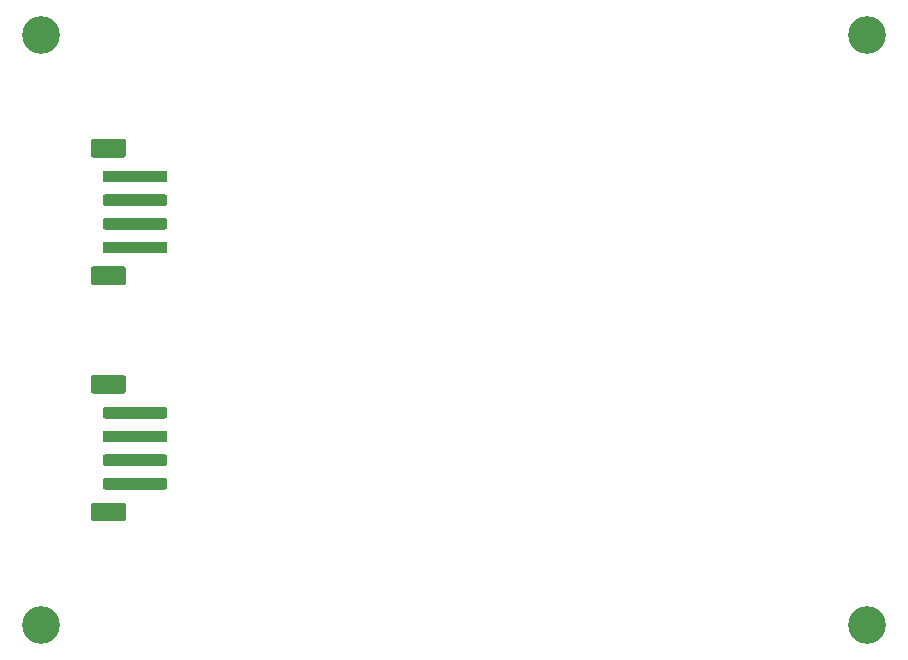
<source format=gbr>
%TF.GenerationSoftware,KiCad,Pcbnew,(5.1.9)-1*%
%TF.CreationDate,2021-05-23T18:39:07+01:00*%
%TF.ProjectId,LEDMaze,4c45444d-617a-4652-9e6b-696361645f70,rev?*%
%TF.SameCoordinates,Original*%
%TF.FileFunction,Soldermask,Bot*%
%TF.FilePolarity,Negative*%
%FSLAX46Y46*%
G04 Gerber Fmt 4.6, Leading zero omitted, Abs format (unit mm)*
G04 Created by KiCad (PCBNEW (5.1.9)-1) date 2021-05-23 18:39:07*
%MOMM*%
%LPD*%
G01*
G04 APERTURE LIST*
%ADD10C,3.200000*%
G04 APERTURE END LIST*
D10*
%TO.C,REF\u002A\u002A*%
X90000000Y-50000000D03*
%TD*%
%TO.C,REF\u002A\u002A*%
X90000000Y-100000000D03*
%TD*%
%TO.C,REF\u002A\u002A*%
X20000000Y-100000000D03*
%TD*%
%TO.C,REF\u002A\u002A*%
X20000000Y-50000000D03*
%TD*%
%TO.C,J2*%
G36*
G01*
X24500000Y-89600000D02*
X27000000Y-89600000D01*
G75*
G02*
X27250000Y-89850000I0J-250000D01*
G01*
X27250000Y-90950000D01*
G75*
G02*
X27000000Y-91200000I-250000J0D01*
G01*
X24500000Y-91200000D01*
G75*
G02*
X24250000Y-90950000I0J250000D01*
G01*
X24250000Y-89850000D01*
G75*
G02*
X24500000Y-89600000I250000J0D01*
G01*
G37*
G36*
G01*
X24500000Y-78800000D02*
X27000000Y-78800000D01*
G75*
G02*
X27250000Y-79050000I0J-250000D01*
G01*
X27250000Y-80150000D01*
G75*
G02*
X27000000Y-80400000I-250000J0D01*
G01*
X24500000Y-80400000D01*
G75*
G02*
X24250000Y-80150000I0J250000D01*
G01*
X24250000Y-79050000D01*
G75*
G02*
X24500000Y-78800000I250000J0D01*
G01*
G37*
G36*
G01*
X25500000Y-87500000D02*
X30500000Y-87500000D01*
G75*
G02*
X30750000Y-87750000I0J-250000D01*
G01*
X30750000Y-88250000D01*
G75*
G02*
X30500000Y-88500000I-250000J0D01*
G01*
X25500000Y-88500000D01*
G75*
G02*
X25250000Y-88250000I0J250000D01*
G01*
X25250000Y-87750000D01*
G75*
G02*
X25500000Y-87500000I250000J0D01*
G01*
G37*
G36*
G01*
X25500000Y-85500000D02*
X30500000Y-85500000D01*
G75*
G02*
X30750000Y-85750000I0J-250000D01*
G01*
X30750000Y-86250000D01*
G75*
G02*
X30500000Y-86500000I-250000J0D01*
G01*
X25500000Y-86500000D01*
G75*
G02*
X25250000Y-86250000I0J250000D01*
G01*
X25250000Y-85750000D01*
G75*
G02*
X25500000Y-85500000I250000J0D01*
G01*
G37*
G36*
G01*
X25500000Y-83500000D02*
X30500000Y-83500000D01*
G75*
G02*
X30750000Y-83750000I0J-250000D01*
G01*
X30750000Y-84250000D01*
G75*
G02*
X30500000Y-84500000I-250000J0D01*
G01*
X25500000Y-84500000D01*
G75*
G02*
X25250000Y-84250000I0J250000D01*
G01*
X25250000Y-83750000D01*
G75*
G02*
X25500000Y-83500000I250000J0D01*
G01*
G37*
G36*
G01*
X25500000Y-81500000D02*
X30500000Y-81500000D01*
G75*
G02*
X30750000Y-81750000I0J-250000D01*
G01*
X30750000Y-82250000D01*
G75*
G02*
X30500000Y-82500000I-250000J0D01*
G01*
X25500000Y-82500000D01*
G75*
G02*
X25250000Y-82250000I0J250000D01*
G01*
X25250000Y-81750000D01*
G75*
G02*
X25500000Y-81500000I250000J0D01*
G01*
G37*
%TD*%
%TO.C,J1*%
G36*
G01*
X24500000Y-69600000D02*
X27000000Y-69600000D01*
G75*
G02*
X27250000Y-69850000I0J-250000D01*
G01*
X27250000Y-70950000D01*
G75*
G02*
X27000000Y-71200000I-250000J0D01*
G01*
X24500000Y-71200000D01*
G75*
G02*
X24250000Y-70950000I0J250000D01*
G01*
X24250000Y-69850000D01*
G75*
G02*
X24500000Y-69600000I250000J0D01*
G01*
G37*
G36*
G01*
X24500000Y-58800000D02*
X27000000Y-58800000D01*
G75*
G02*
X27250000Y-59050000I0J-250000D01*
G01*
X27250000Y-60150000D01*
G75*
G02*
X27000000Y-60400000I-250000J0D01*
G01*
X24500000Y-60400000D01*
G75*
G02*
X24250000Y-60150000I0J250000D01*
G01*
X24250000Y-59050000D01*
G75*
G02*
X24500000Y-58800000I250000J0D01*
G01*
G37*
G36*
G01*
X25500000Y-67500000D02*
X30500000Y-67500000D01*
G75*
G02*
X30750000Y-67750000I0J-250000D01*
G01*
X30750000Y-68250000D01*
G75*
G02*
X30500000Y-68500000I-250000J0D01*
G01*
X25500000Y-68500000D01*
G75*
G02*
X25250000Y-68250000I0J250000D01*
G01*
X25250000Y-67750000D01*
G75*
G02*
X25500000Y-67500000I250000J0D01*
G01*
G37*
G36*
G01*
X25500000Y-65500000D02*
X30500000Y-65500000D01*
G75*
G02*
X30750000Y-65750000I0J-250000D01*
G01*
X30750000Y-66250000D01*
G75*
G02*
X30500000Y-66500000I-250000J0D01*
G01*
X25500000Y-66500000D01*
G75*
G02*
X25250000Y-66250000I0J250000D01*
G01*
X25250000Y-65750000D01*
G75*
G02*
X25500000Y-65500000I250000J0D01*
G01*
G37*
G36*
G01*
X25500000Y-63500000D02*
X30500000Y-63500000D01*
G75*
G02*
X30750000Y-63750000I0J-250000D01*
G01*
X30750000Y-64250000D01*
G75*
G02*
X30500000Y-64500000I-250000J0D01*
G01*
X25500000Y-64500000D01*
G75*
G02*
X25250000Y-64250000I0J250000D01*
G01*
X25250000Y-63750000D01*
G75*
G02*
X25500000Y-63500000I250000J0D01*
G01*
G37*
G36*
G01*
X25500000Y-61500000D02*
X30500000Y-61500000D01*
G75*
G02*
X30750000Y-61750000I0J-250000D01*
G01*
X30750000Y-62250000D01*
G75*
G02*
X30500000Y-62500000I-250000J0D01*
G01*
X25500000Y-62500000D01*
G75*
G02*
X25250000Y-62250000I0J250000D01*
G01*
X25250000Y-61750000D01*
G75*
G02*
X25500000Y-61500000I250000J0D01*
G01*
G37*
%TD*%
M02*

</source>
